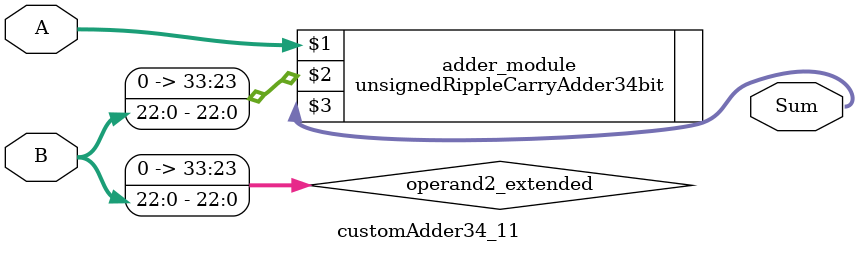
<source format=v>
module customAdder34_11(
                        input [33 : 0] A,
                        input [22 : 0] B,
                        
                        output [34 : 0] Sum
                );

        wire [33 : 0] operand2_extended;
        
        assign operand2_extended =  {11'b0, B};
        
        unsignedRippleCarryAdder34bit adder_module(
            A,
            operand2_extended,
            Sum
        );
        
        endmodule
        
</source>
